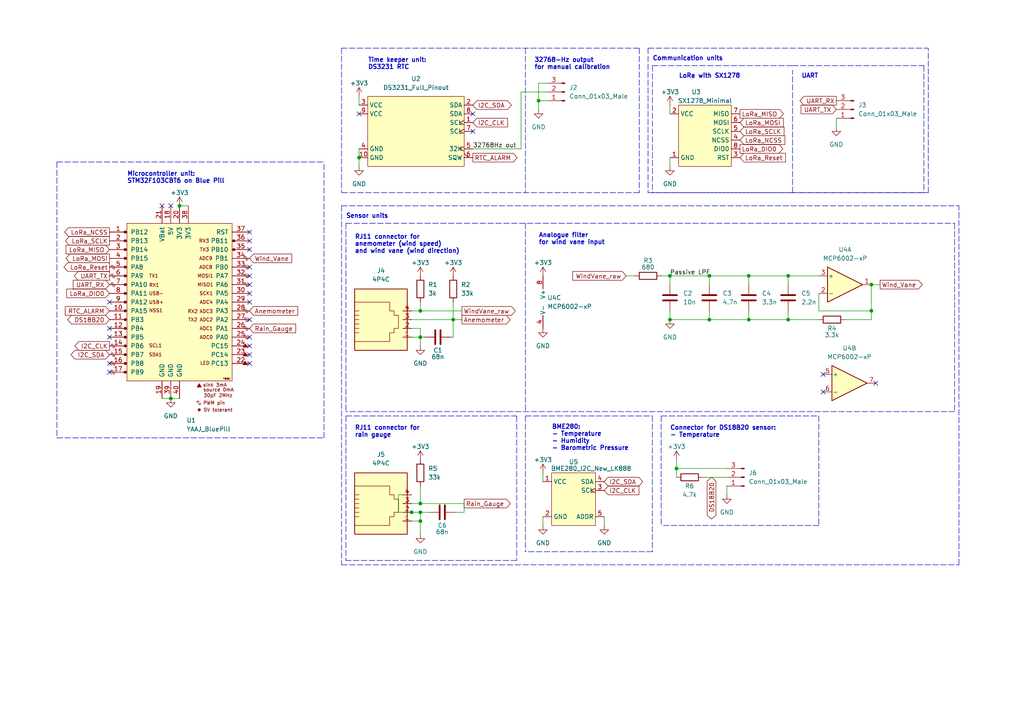
<source format=kicad_sch>
(kicad_sch (version 20211123) (generator eeschema)
  (paper "A4")
  (lib_symbols
    (symbol "Amplifier_Operational:MCP6002-xP" (pin_names (offset 0.127))
      (property "Reference" "U" (at 0 5.08 0))
      (property "Value" "MCP6002-xP" (at 0 -5.08 0))
      (symbol "MCP6002-xP_1_1"
        (polyline (pts (xy -5.08 5.08) (xy 5.08 0) (xy -5.08 -5.08) (xy -5.08 5.08)) (stroke (width 0.254)) (fill (type background)))
        (pin output line (at 7.62 0 180) (length 2.54) (name "~") (number "1"))
        (pin input line (at -7.62 -2.54 0) (length 2.54) (name "-") (number "2"))
        (pin input line (at -7.62 2.54 0) (length 2.54) (name "+") (number "3"))
      )
      (symbol "MCP6002-xP_2_1"
        (polyline (pts (xy -5.08 5.08) (xy 5.08 0) (xy -5.08 -5.08) (xy -5.08 5.08)) (stroke (width 0.254)) (fill (type background)))
        (pin input line (at -7.62 2.54 0) (length 2.54) (name "+") (number "5"))
        (pin input line (at -7.62 -2.54 0) (length 2.54) (name "-") (number "6"))
        (pin output line (at 7.62 0 180) (length 2.54) (name "~") (number "7"))
      )
      (symbol "MCP6002-xP_3_1"
        (pin power_in line (at -2.54 -7.62 90) (length 3.81) (name "V-") (number "4"))
        (pin power_in line (at -2.54 7.62 270) (length 3.81) (name "V+") (number "8"))
      )
    )
    (symbol "BME280_Module:BME280_I2C_New_LK888"
      (property "Reference" "U" (at 0 1.27 0))
      (property "Value" "BME280_I2C_New_LK888" (at 0 -1.27 0))
      (symbol "BME280_I2C_New_LK888_0_1"
        (rectangle (start -6.35 7.62) (end 6.35 -7.62) (fill (type background)))
      )
      (symbol "BME280_I2C_New_LK888_1_1"
        (pin power_in line (at -8.89 5.08 0) (length 2.54) (name "VCC") (number "1"))
        (pin power_in line (at -8.89 -5.08 0) (length 2.54) (name "GND") (number "2"))
        (pin input clock (at 8.89 2.54 180) (length 2.54) (name "SCL") (number "3"))
        (pin bidirectional line (at 8.89 5.08 180) (length 2.54) (name "SDA") (number "4"))
        (pin passive line (at 8.89 -5.08 180) (length 2.54) (name "ADDR") (number "5"))
      )
    )
    (symbol "Connector:Barrel_Jack_Switch" (pin_names hide)
      (property "Reference" "J" (at 0 5.334 0))
      (property "Value" "Barrel_Jack_Switch" (at 0 -5.08 0))
      (symbol "Barrel_Jack_Switch_0_1"
        (rectangle (start -5.08 3.81) (end 5.08 -3.81) (stroke (width 0.254)) (fill (type background)))
        (arc (start -3.302 3.175) (mid -3.937 2.54) (end -3.302 1.905) (stroke (width 0.254)))
        (arc (start -3.302 3.175) (mid -3.937 2.54) (end -3.302 1.905) (stroke (width 0.254)) (fill (type outline)))
        (polyline (pts (xy 1.27 -2.286) (xy 1.905 -1.651)) (stroke (width 0.254)))
        (polyline (pts (xy 5.08 2.54) (xy 3.81 2.54)) (stroke (width 0.254)))
        (polyline (pts (xy 5.08 0) (xy 1.27 0) (xy 1.27 -2.286) (xy 0.635 -1.651)) (stroke (width 0.254)))
        (polyline (pts (xy -3.81 -2.54) (xy -2.54 -2.54) (xy -1.27 -1.27) (xy 0 -2.54) (xy 2.54 -2.54) (xy 5.08 -2.54)) (stroke (width 0.254)))
        (rectangle (start 3.683 3.175) (end -3.302 1.905) (stroke (width 0.254)) (fill (type outline)))
      )
      (symbol "Barrel_Jack_Switch_1_1"
        (pin passive line (at 7.62 2.54 180) (length 2.54) (name "~") (number "1"))
        (pin passive line (at 7.62 -2.54 180) (length 2.54) (name "~") (number "2"))
        (pin passive line (at 7.62 0 180) (length 2.54) (name "~") (number "3"))
      )
    )
    (symbol "Connector:Conn_01x03_Male" (pin_names (offset 1.016) hide)
      (property "Reference" "J" (at 0 5.08 0))
      (property "Value" "Conn_01x03_Male" (at 0 -5.08 0))
      (symbol "Conn_01x03_Male_1_1"
        (polyline (pts (xy 1.27 -2.54) (xy 0.8636 -2.54)) (stroke (width 0.1524)))
        (polyline (pts (xy 1.27 0) (xy 0.8636 0)) (stroke (width 0.1524)))
        (polyline (pts (xy 1.27 2.54) (xy 0.8636 2.54)) (stroke (width 0.1524)))
        (rectangle (start 0.8636 -2.413) (end 0 -2.667) (stroke (width 0.1524)) (fill (type outline)))
        (rectangle (start 0.8636 0.127) (end 0 -0.127) (stroke (width 0.1524)) (fill (type outline)))
        (rectangle (start 0.8636 2.667) (end 0 2.413) (stroke (width 0.1524)) (fill (type outline)))
        (pin passive line (at 5.08 2.54 180) (length 3.81) (name "Pin_1") (number "1"))
        (pin passive line (at 5.08 0 180) (length 3.81) (name "Pin_2") (number "2"))
        (pin passive line (at 5.08 -2.54 180) (length 3.81) (name "Pin_3") (number "3"))
      )
    )
    (symbol "DS3231_Module:DS3231_Full_Pinout"
      (property "Reference" "U" (at 0 1.27 0))
      (property "Value" "DS3231_Full_Pinout" (at 1.27 -2.54 0))
      (symbol "DS3231_Full_Pinout_0_1"
        (rectangle (start -13.97 10.16) (end 13.97 -10.16) (fill (type background)))
      )
      (symbol "DS3231_Full_Pinout_1_1"
        (pin input clock (at 16.51 2.54 180) (length 2.54) (name "SCL") (number "1"))
        (pin power_in line (at -16.51 -7.62 0) (length 2.54) (name "GND") (number "10"))
        (pin bidirectional line (at 16.51 7.62 180) (length 2.54) (name "SDA") (number "2"))
        (pin power_in line (at -16.51 7.62 0) (length 2.54) (name "VCC") (number "3"))
        (pin power_in line (at -16.51 -5.08 0) (length 2.54) (name "GND") (number "4"))
        (pin output clock (at 16.51 -5.08 180) (length 2.54) (name "32K") (number "5"))
        (pin output output_low (at 16.51 -7.62 180) (length 2.54) (name "SQW") (number "6"))
        (pin input clock (at 16.51 0 180) (length 2.54) (name "SCL") (number "7"))
        (pin bidirectional line (at 16.51 5.08 180) (length 2.54) (name "SDA") (number "8"))
        (pin power_in line (at -16.51 5.08 0) (length 2.54) (name "VCC") (number "9"))
      )
    )
    (symbol "Device:C" (pin_numbers hide) (pin_names (offset 0.254))
      (property "Reference" "C" (at 0.635 2.54 0))
      (property "Value" "C" (at 0.635 -2.54 0))
      (symbol "C_0_1"
        (polyline (pts (xy -2.032 -0.762) (xy 2.032 -0.762)) (stroke (width 0.508)))
        (polyline (pts (xy -2.032 0.762) (xy 2.032 0.762)) (stroke (width 0.508)))
      )
      (symbol "C_1_1"
        (pin passive line (at 0 3.81 270) (length 2.794) (name "~") (number "1"))
        (pin passive line (at 0 -3.81 90) (length 2.794) (name "~") (number "2"))
      )
    )
    (symbol "Device:C_Polarized_Small" (pin_numbers hide) (pin_names (offset 0.254) hide)
      (property "Reference" "C" (at 0.254 1.778 0))
      (property "Value" "C_Polarized_Small" (at 0.254 -2.032 0))
      (symbol "C_Polarized_Small_0_1"
        (rectangle (start -1.524 -0.3048) (end 1.524 -0.6858) (fill (type outline)))
        (rectangle (start -1.524 0.6858) (end 1.524 0.3048))
        (polyline (pts (xy -1.27 1.524) (xy -0.762 1.524)))
        (polyline (pts (xy -1.016 1.27) (xy -1.016 1.778)))
      )
      (symbol "C_Polarized_Small_1_1"
        (pin passive line (at 0 2.54 270) (length 1.8542) (name "~") (number "1"))
        (pin passive line (at 0 -2.54 90) (length 1.8542) (name "~") (number "2"))
      )
    )
    (symbol "Device:R" (pin_numbers hide) (pin_names (offset 0))
      (property "Reference" "R" (at 2.032 0 90))
      (property "Value" "R" (at 0 0 90))
      (symbol "R_0_1"
        (rectangle (start -1.016 -2.54) (end 1.016 2.54) (stroke (width 0.254)))
      )
      (symbol "R_1_1"
        (pin passive line (at 0 3.81 270) (length 1.27) (name "~") (number "1"))
        (pin passive line (at 0 -3.81 90) (length 1.27) (name "~") (number "2"))
      )
    )
    (symbol "KiCAD_STM32_BluePill:YAAJ_BluePill" (pin_names (offset 1.016))
      (property "Reference" "U" (at -13.97 24.13 0))
      (property "Value" "YAAJ_BluePill" (at 0 6.35 90))
      (symbol "YAAJ_BluePill_0_0"
        (circle (center -15.748 -20.32) (radius 0.3556) (fill (type outline)))
        (circle (center -15.748 -17.78) (radius 0.3556) (fill (type outline)))
        (circle (center -15.748 -15.24) (radius 0.3556) (fill (type outline)))
        (circle (center -15.748 -12.7) (radius 0.3556) (fill (type outline)))
        (circle (center -15.748 -10.16) (radius 0.3556) (fill (type outline)))
        (circle (center -15.748 -7.62) (radius 0.3556) (fill (type outline)))
        (circle (center -15.748 -5.08) (radius 0.3556) (fill (type outline)))
        (circle (center -15.748 -2.54) (radius 0.3556) (fill (type outline)))
        (circle (center -15.748 0) (radius 0.3556) (fill (type outline)))
        (circle (center -15.748 2.54) (radius 0.3556) (fill (type outline)))
        (circle (center -15.748 5.08) (radius 0.3556) (fill (type outline)))
        (circle (center -15.748 7.62) (radius 0.3556) (fill (type outline)))
        (circle (center -15.748 10.16) (radius 0.3556) (fill (type outline)))
        (circle (center -15.748 12.7) (radius 0.3556) (fill (type outline)))
        (circle (center -15.748 15.24) (radius 0.3556) (fill (type outline)))
        (circle (center -15.748 20.32) (radius 0.3556) (fill (type outline)))
        (polyline (pts (xy 5.08 -24.638) (xy 5.715 -23.622) (xy 6.35 -24.638) (xy 5.08 -24.638) (xy 5.715 -23.749) (xy 6.223 -24.638) (xy 5.207 -24.511) (xy 5.715 -23.876) (xy 6.096 -24.638) (xy 5.334 -24.384) (xy 5.842 -24.003) (xy 5.969 -24.638) (xy 5.461 -24.257) (xy 5.969 -24.13) (xy 5.842 -24.511) (xy 5.588 -24.257) (xy 5.842 -24.384) (xy 5.715 -24.13)))
        (polyline (pts (xy 18.415 -18.161) (xy 19.05 -17.145) (xy 19.685 -18.161) (xy 18.415 -18.161) (xy 19.05 -17.272) (xy 19.558 -18.161) (xy 18.542 -18.034) (xy 19.05 -17.399) (xy 19.431 -18.161) (xy 18.669 -17.907) (xy 19.177 -17.526) (xy 19.304 -18.161) (xy 18.796 -17.78) (xy 19.304 -17.653) (xy 19.177 -18.034) (xy 18.923 -17.78) (xy 19.177 -17.907) (xy 19.05 -17.653)))
        (polyline (pts (xy 18.415 -15.621) (xy 19.05 -14.605) (xy 19.685 -15.621) (xy 18.415 -15.621) (xy 19.05 -14.732) (xy 19.558 -15.621) (xy 18.542 -15.494) (xy 19.05 -14.859) (xy 19.431 -15.621) (xy 18.669 -15.367) (xy 19.177 -14.986) (xy 19.304 -15.621) (xy 18.796 -15.24) (xy 19.304 -15.113) (xy 19.177 -15.494) (xy 18.923 -15.24) (xy 19.177 -15.367) (xy 19.05 -15.113)))
        (polyline (pts (xy 18.415 -13.081) (xy 19.05 -12.065) (xy 19.685 -13.081) (xy 18.415 -13.081) (xy 19.05 -12.192) (xy 19.558 -13.081) (xy 18.542 -12.954) (xy 19.05 -12.319) (xy 19.431 -13.081) (xy 18.669 -12.827) (xy 19.177 -12.446) (xy 19.304 -13.081) (xy 18.796 -12.7) (xy 19.304 -12.573) (xy 19.177 -12.954) (xy 18.923 -12.7) (xy 19.177 -12.827) (xy 19.05 -12.573)))
        (circle (center 5.715 -31.242) (radius 0.127) (fill (type outline)))
        (circle (center 5.715 -31.242) (radius 0.254))
        (circle (center 5.715 -31.242) (radius 0.3556))
        (circle (center 15.748 15.24) (radius 0.254) (fill (type outline)))
        (circle (center 15.748 15.24) (radius 0.3556))
        (circle (center 15.748 17.78) (radius 0.254) (fill (type outline)))
        (circle (center 15.748 17.78) (radius 0.3556))
        (text "30pF 2MHz" (at 11.176 -27.051 0) (effects (font (size 0.9906 0.9906))))
        (text "5V tolerant" (at 11.176 -31.242 0) (effects (font (size 0.9906 0.9906))))
        (text "ADC0" (at 7.747 -10.16 0) (effects (font (size 0.9906 0.9906))))
        (text "ADC1" (at 7.747 -7.62 0) (effects (font (size 0.9906 0.9906))))
        (text "ADC2" (at 7.747 -5.08 0) (effects (font (size 0.9906 0.9906))))
        (text "ADC3" (at 7.747 -2.667 0) (effects (font (size 0.9906 0.9906))))
        (text "ADC4" (at 7.747 0 0) (effects (font (size 0.9906 0.9906))))
        (text "ADC8" (at 7.62 10.16 0) (effects (font (size 0.9906 0.9906))))
        (text "ADC9" (at 7.62 12.7 0) (effects (font (size 0.9906 0.9906))))
        (text "LED" (at 7.366 -17.653 0) (effects (font (size 0.9906 0.9906))))
        (text "MISO1" (at 7.493 5.08 0) (effects (font (size 0.9906 0.9906))))
        (text "MOSI1" (at 7.493 7.62 0) (effects (font (size 0.9906 0.9906))))
        (text "NSS1" (at -6.858 -2.413 0) (effects (font (size 0.9906 0.9906))))
        (text "PWM pin" (at 10.033 -29.21 0) (effects (font (size 0.9906 0.9906))))
        (text "RX1" (at -7.366 4.953 0) (effects (font (size 0.9906 0.9906))))
        (text "RX2" (at 3.81 -2.667 0) (effects (font (size 0.9906 0.9906))))
        (text "RX3" (at 7.112 17.78 0) (effects (font (size 0.9906 0.9906))))
        (text "SCK1" (at 7.747 2.54 0) (effects (font (size 0.9906 0.9906))))
        (text "SCL1" (at -6.985 -12.573 0) (effects (font (size 0.9906 0.9906))))
        (text "SDA1" (at -6.985 -15.24 0) (effects (font (size 0.9906 0.9906))))
        (text "sink 3mA" (at 10.287 -24.003 0) (effects (font (size 0.9906 0.9906))))
        (text "source 0mA" (at 11.303 -25.4 0) (effects (font (size 0.9906 0.9906))))
        (text "TX1" (at -7.493 7.62 0) (effects (font (size 0.9906 0.9906))))
        (text "TX2" (at 3.81 -5.08 0) (effects (font (size 0.9906 0.9906))))
        (text "TX3" (at 7.239 15.24 0) (effects (font (size 0.9906 0.9906))))
        (text "USB+" (at -6.731 0 0) (effects (font (size 0.9906 0.9906))))
        (text "USB-" (at -6.731 2.54 0) (effects (font (size 0.9906 0.9906))))
        (text "Y@@J" (at 13.6906 -22.1488 0) (effects (font (size 0.508 0.508))))
      )
      (symbol "YAAJ_BluePill_0_1"
        (rectangle (start -15.24 22.86) (end 15.24 -22.86) (fill (type background)))
        (polyline (pts (xy -18.796 -20.32) (xy -18.796 -20.828) (xy -19.304 -20.828) (xy -19.304 -19.812) (xy -19.812 -19.812) (xy -19.812 -20.32)))
        (polyline (pts (xy -18.796 -17.78) (xy -18.796 -18.288) (xy -19.304 -18.288) (xy -19.304 -17.272) (xy -19.812 -17.272) (xy -19.812 -17.78)))
        (polyline (pts (xy -18.796 -15.24) (xy -18.796 -15.748) (xy -19.304 -15.748) (xy -19.304 -14.732) (xy -19.812 -14.732) (xy -19.812 -15.24)))
        (polyline (pts (xy -18.796 -12.7) (xy -18.796 -13.208) (xy -19.304 -13.208) (xy -19.304 -12.192) (xy -19.812 -12.192) (xy -19.812 -12.7)))
        (polyline (pts (xy -18.796 5.08) (xy -18.796 4.572) (xy -19.304 4.572) (xy -19.304 5.588) (xy -19.812 5.588) (xy -19.812 5.08)))
        (polyline (pts (xy -18.796 7.62) (xy -18.796 7.112) (xy -19.304 7.112) (xy -19.304 8.128) (xy -19.812 8.128) (xy -19.812 7.62)))
        (polyline (pts (xy -18.796 10.16) (xy -18.796 9.652) (xy -19.304 9.652) (xy -19.304 10.668) (xy -19.812 10.668) (xy -19.812 10.16)))
        (polyline (pts (xy 6.096 -29.21) (xy 6.096 -29.718) (xy 5.588 -29.718) (xy 5.588 -28.702) (xy 5.08 -28.702) (xy 5.08 -29.21)))
        (polyline (pts (xy 19.812 -10.16) (xy 19.812 -10.668) (xy 19.304 -10.668) (xy 19.304 -9.652) (xy 18.796 -9.652) (xy 18.796 -10.16)))
        (polyline (pts (xy 19.812 -7.62) (xy 19.812 -8.128) (xy 19.304 -8.128) (xy 19.304 -7.112) (xy 18.796 -7.112) (xy 18.796 -7.62)))
        (polyline (pts (xy 19.812 -5.08) (xy 19.812 -5.588) (xy 19.304 -5.588) (xy 19.304 -4.572) (xy 18.796 -4.572) (xy 18.796 -5.08)))
        (polyline (pts (xy 19.812 -2.54) (xy 19.812 -3.048) (xy 19.304 -3.048) (xy 19.304 -2.032) (xy 18.796 -2.032) (xy 18.796 -2.54)))
        (polyline (pts (xy 19.812 5.08) (xy 19.812 4.572) (xy 19.304 4.572) (xy 19.304 5.588) (xy 18.796 5.588) (xy 18.796 5.08)))
        (polyline (pts (xy 19.812 7.62) (xy 19.812 7.112) (xy 19.304 7.112) (xy 19.304 8.128) (xy 18.796 8.128) (xy 18.796 7.62)))
        (polyline (pts (xy 19.812 10.16) (xy 19.812 9.652) (xy 19.304 9.652) (xy 19.304 10.668) (xy 18.796 10.668) (xy 18.796 10.16)))
        (polyline (pts (xy 19.812 12.7) (xy 19.812 12.192) (xy 19.304 12.192) (xy 19.304 13.208) (xy 18.796 13.208) (xy 18.796 12.7)))
      )
      (symbol "YAAJ_BluePill_1_1"
        (circle (center -15.748 17.78) (radius 0.3556) (fill (type outline)))
        (pin bidirectional line (at -20.32 20.32 0) (length 5.08) (name "PB12") (number "1"))
        (pin bidirectional line (at -20.32 -2.54 0) (length 5.08) (name "PA15") (number "10"))
        (pin bidirectional line (at -20.32 -5.08 0) (length 5.08) (name "PB3") (number "11"))
        (pin bidirectional line (at -20.32 -7.62 0) (length 5.08) (name "PB4") (number "12"))
        (pin bidirectional line (at -20.32 -10.16 0) (length 5.08) (name "PB5") (number "13"))
        (pin bidirectional line (at -20.32 -12.7 0) (length 5.08) (name "PB6") (number "14"))
        (pin bidirectional line (at -20.32 -15.24 0) (length 5.08) (name "PB7") (number "15"))
        (pin bidirectional line (at -20.32 -17.78 0) (length 5.08) (name "PB8") (number "16"))
        (pin bidirectional line (at -20.32 -20.32 0) (length 5.08) (name "PB9") (number "17"))
        (pin power_in line (at -2.54 27.94 270) (length 5.08) (name "5V") (number "18"))
        (pin power_in line (at -5.08 -27.94 90) (length 5.08) (name "GND") (number "19"))
        (pin bidirectional line (at -20.32 17.78 0) (length 5.08) (name "PB13") (number "2"))
        (pin power_in line (at 0 27.94 270) (length 5.08) (name "3V3") (number "20"))
        (pin power_in line (at -5.08 27.94 270) (length 5.08) (name "VBat") (number "21"))
        (pin bidirectional line (at 20.32 -17.78 180) (length 5.08) (name "PC13") (number "22"))
        (pin bidirectional line (at 20.32 -15.24 180) (length 5.08) (name "PC14") (number "23"))
        (pin bidirectional line (at 20.32 -12.7 180) (length 5.08) (name "PC15") (number "24"))
        (pin bidirectional line (at 20.32 -10.16 180) (length 5.08) (name "PA0") (number "25"))
        (pin bidirectional line (at 20.32 -7.62 180) (length 5.08) (name "PA1") (number "26"))
        (pin bidirectional line (at 20.32 -5.08 180) (length 5.08) (name "PA2") (number "27"))
        (pin bidirectional line (at 20.32 -2.54 180) (length 5.08) (name "PA3") (number "28"))
        (pin bidirectional line (at 20.32 0 180) (length 5.08) (name "PA4") (number "29"))
        (pin bidirectional line (at -20.32 15.24 0) (length 5.08) (name "PB14") (number "3"))
        (pin bidirectional line (at 20.32 2.54 180) (length 5.08) (name "PA5") (number "30"))
        (pin bidirectional line (at 20.32 5.08 180) (length 5.08) (name "PA6") (number "31"))
        (pin bidirectional line (at 20.32 7.62 180) (length 5.08) (name "PA7") (number "32"))
        (pin bidirectional line (at 20.32 10.16 180) (length 5.08) (name "PB0") (number "33"))
        (pin bidirectional line (at 20.32 12.7 180) (length 5.08) (name "PB1") (number "34"))
        (pin bidirectional line (at 20.32 15.24 180) (length 5.08) (name "PB10") (number "35"))
        (pin bidirectional line (at 20.32 17.78 180) (length 5.08) (name "PB11") (number "36"))
        (pin input line (at 20.32 20.32 180) (length 5.08) (name "RST") (number "37"))
        (pin power_in line (at 2.54 27.94 270) (length 5.08) (name "3V3") (number "38"))
        (pin power_in line (at -2.54 -27.94 90) (length 5.08) (name "GND") (number "39"))
        (pin bidirectional line (at -20.32 12.7 0) (length 5.08) (name "PB15") (number "4"))
        (pin power_in line (at 0 -27.94 90) (length 5.08) (name "GND") (number "40"))
        (pin bidirectional line (at -20.32 10.16 0) (length 5.08) (name "PA8") (number "5"))
        (pin bidirectional line (at -20.32 7.62 0) (length 5.08) (name "PA9") (number "6"))
        (pin bidirectional line (at -20.32 5.08 0) (length 5.08) (name "PA10") (number "7"))
        (pin bidirectional line (at -20.32 2.54 0) (length 5.08) (name "PA11") (number "8"))
        (pin bidirectional line (at -20.32 0 0) (length 5.08) (name "PA12") (number "9"))
      )
    )
    (symbol "RJ11-Connectors:4P4C"
      (property "Reference" "J" (at 0 0 0))
      (property "Value" "4P4C" (at 6.35 10.16 0))
      (symbol "4P4C_0_1"
        (polyline (pts (xy -6.35 -3.81) (xy -5.08 -3.81) (xy -5.08 -3.81)))
        (polyline (pts (xy -6.35 -2.54) (xy -5.08 -2.54) (xy -5.08 -2.54)))
        (polyline (pts (xy -6.35 -1.27) (xy -5.08 -1.27) (xy -5.08 -1.27)))
        (polyline (pts (xy -6.35 0) (xy -5.08 0) (xy -5.08 0)))
        (polyline (pts (xy -6.35 1.27) (xy -5.08 1.27) (xy -5.08 1.27)))
        (polyline (pts (xy -5.08 2.54) (xy -6.35 2.54) (xy -6.35 2.54)))
        (polyline (pts (xy -6.35 -6.35) (xy -6.35 5.08) (xy 3.81 5.08) (xy 3.81 2.54) (xy 5.08 2.54) (xy 5.08 1.27) (xy 6.35 1.27) (xy 6.35 -2.54) (xy 5.08 -2.54) (xy 5.08 -3.81) (xy 3.81 -3.81) (xy 3.81 -6.35) (xy -6.35 -6.35) (xy -6.35 -6.35)))
        (rectangle (start 8.89 8.89) (end -6.35 -8.89) (stroke (width 0.254)) (fill (type background)))
      )
      (symbol "4P4C_1_1"
        (pin passive line (at 10.16 -5.08 180) (length 2.54) (name "~") (number "1"))
        (pin passive line (at 10.16 -2.54 180) (length 2.54) (name "~") (number "2"))
        (pin passive line (at 10.16 0 180) (length 2.54) (name "") (number "3"))
        (pin passive line (at 10.16 2.54 180) (length 2.54) (name "") (number "4"))
      )
    )
    (symbol "Regulator_Linear:LM317_TO-220" (pin_names (offset 0.254))
      (property "Reference" "U" (at -3.81 3.175 0))
      (property "Value" "LM317_TO-220" (at 0 3.175 0))
      (symbol "LM317_TO-220_0_1"
        (rectangle (start -5.08 1.905) (end 5.08 -5.08) (stroke (width 0.254)) (fill (type background)))
      )
      (symbol "LM317_TO-220_1_1"
        (pin input line (at 0 -7.62 90) (length 2.54) (name "ADJ") (number "1"))
        (pin power_out line (at 7.62 0 180) (length 2.54) (name "VO") (number "2"))
        (pin power_in line (at -7.62 0 0) (length 2.54) (name "VI") (number "3"))
      )
    )
    (symbol "SX1278_Module:SX1278_Minimal"
      (property "Reference" "U" (at 0 11.43 0))
      (property "Value" "SX1278_Minimal" (at 0 -11.43 0))
      (symbol "SX1278_Minimal_0_1"
        (rectangle (start -7.62 8.89) (end 7.62 -8.89) (fill (type background)))
      )
      (symbol "SX1278_Minimal_1_1"
        (pin power_in line (at -10.16 -6.35 0) (length 2.54) (name "GND") (number "1"))
        (pin power_in line (at -10.16 6.35 0) (length 2.54) (name "VCC") (number "2"))
        (pin input line (at 10.16 -6.35 180) (length 2.54) (name "RST") (number "3"))
        (pin input line (at 10.16 -1.27 180) (length 2.54) (name "NCSS") (number "4"))
        (pin input line (at 10.16 1.27 180) (length 2.54) (name "SCLK") (number "5"))
        (pin input line (at 10.16 3.81 180) (length 2.54) (name "MOSI") (number "6"))
        (pin output line (at 10.16 6.35 180) (length 2.54) (name "MISO") (number "7"))
        (pin output line (at 10.16 -3.81 180) (length 2.54) (name "DIO0") (number "8"))
      )
    )
    (symbol "power:+3V3" (power) (pin_names (offset 0))
      (property "Value" "+3V3" (at 0 3.556 0))
      (symbol "+3V3_0_1"
        (polyline (pts (xy -0.762 1.27) (xy 0 2.54)))
        (polyline (pts (xy 0 0) (xy 0 2.54)))
        (polyline (pts (xy 0 2.54) (xy 0.762 1.27)))
      )
      (symbol "+3V3_1_1"
        (pin power_in line (at 0 0 90) (length 0) hide (name "+3V3") (number "1"))
      )
    )
    (symbol "power:GND" (power) (pin_names (offset 0))
      (property "Value" "GND" (at 0 -3.81 0))
      (symbol "GND_0_1"
        (polyline (pts (xy 0 0) (xy 0 -1.27) (xy 1.27 -1.27) (xy 0 -2.54) (xy -1.27 -1.27) (xy 0 -1.27)))
      )
      (symbol "GND_1_1"
        (pin power_in line (at 0 0 270) (length 0) hide (name "GND") (number "1"))
      )
    )
  )
  (junction (at -101.6 129.54))
  (junction (at 104.14 45.72))
  (junction (at 217.17 92.71))
  (junction (at -132.08 124.46))
  (junction (at 205.74 92.71))
  (junction (at 217.17 80.01))
  (junction (at 194.31 92.71))
  (junction (at 121.92 97.79))
  (junction (at 205.74 80.01))
  (junction (at -120.65 114.3))
  (junction (at 156.21 29.21))
  (junction (at 49.53 115.57))
  (junction (at -92.71 114.3))
  (junction (at 228.6 80.01))
  (junction (at 228.6 92.71))
  (junction (at -101.6 114.3))
  (junction (at 121.92 146.05))
  (junction (at 252.73 90.17))
  (junction (at 196.215 135.89))
  (junction (at 121.92 90.17))
  (junction (at 131.445 92.71))
  (junction (at 52.07 59.69))
  (junction (at 119.38 148.59))
  (junction (at 121.92 148.59))
  (junction (at -101.6 121.92))
  (junction (at 121.92 151.13))
  (junction (at 194.31 80.01))
  (junction (at 252.73 82.55))
  (no_connect (at 72.39 100.33))
  (no_connect (at 31.75 87.63))
  (no_connect (at 72.39 80.01))
  (no_connect (at 72.39 82.55))
  (no_connect (at 72.39 85.09))
  (no_connect (at 72.39 87.63))
  (no_connect (at 72.39 102.87))
  (no_connect (at 104.14 33.02))
  (no_connect (at 72.39 92.71))
  (no_connect (at 238.76 113.665))
  (no_connect (at 238.76 108.585))
  (no_connect (at 72.39 69.85))
  (no_connect (at 49.53 59.69))
  (no_connect (at 72.39 77.47))
  (no_connect (at 31.75 107.95))
  (no_connect (at 31.75 95.25))
  (no_connect (at 31.75 105.41))
  (no_connect (at 72.39 67.31))
  (no_connect (at 254 111.125))
  (no_connect (at 72.39 72.39))
  (no_connect (at 72.39 105.41))
  (no_connect (at 72.39 97.79))
  (no_connect (at 137.16 38.1))
  (no_connect (at 137.16 33.02))
  (no_connect (at 31.75 97.79))
  (no_connect (at 46.99 59.69))
  (wire (pts (xy 121.92 151.13) (xy 121.92 154.94)))
  (wire (pts (xy 196.215 135.89) (xy 196.215 133.35)))
  (polyline (pts (xy 267.97 55.88) (xy 229.87 55.88)))
  (wire (pts (xy 242.57 34.29) (xy 242.57 36.83)))
  (polyline (pts (xy 189.23 19.05) (xy 189.23 55.88)))
  (wire (pts (xy 191.77 80.01) (xy 194.31 80.01)))
  (wire (pts (xy 104.14 43.18) (xy 104.14 45.72)))
  (wire (pts (xy 121.92 90.17) (xy 121.92 87.63)))
  (wire (pts (xy -101.6 121.92) (xy -111.76 121.92)))
  (polyline (pts (xy 189.23 120.65) (xy 189.23 160.02)))
  (wire (pts (xy 115.57 148.59) (xy 119.38 148.59)))
  (polyline (pts (xy -161.29 106.68) (xy -128.27 106.68)))
  (polyline (pts (xy -161.29 106.68) (xy -161.29 134.62)))
  (wire (pts (xy 157.48 149.86) (xy 157.48 152.4)))
  (polyline (pts (xy 229.87 55.88) (xy 229.87 20.32)))
  (wire (pts (xy 217.17 80.01) (xy 205.74 80.01)))
  (wire (pts (xy 104.14 45.72) (xy 104.14 48.26)))
  (wire (pts (xy 252.73 90.17) (xy 252.73 82.55)))
  (wire (pts (xy 131.445 97.79) (xy 131.445 92.71)))
  (polyline (pts (xy 237.49 152.4) (xy 191.77 152.4)))
  (wire (pts (xy 205.74 82.55) (xy 205.74 80.01)))
  (wire (pts (xy 121.92 146.05) (xy 119.38 146.05)))
  (wire (pts (xy 194.31 30.48) (xy 194.31 33.02)))
  (wire (pts (xy 151.13 26.67) (xy 158.75 26.67)))
  (wire (pts (xy -133.35 121.92) (xy -132.08 121.92)))
  (polyline (pts (xy 152.4 64.77) (xy 152.4 119.38)))
  (wire (pts (xy 121.92 97.79) (xy 123.19 97.79)))
  (polyline (pts (xy 187.96 13.97) (xy 269.24 13.97)))
  (wire (pts (xy -132.08 121.92) (xy -132.08 124.46)))
  (wire (pts (xy 237.49 90.17) (xy 252.73 90.17)))
  (polyline (pts (xy 16.51 46.99) (xy 16.51 127)))
  (wire (pts (xy 151.13 43.18) (xy 151.13 26.67)))
  (wire (pts (xy -92.71 111.76) (xy -92.71 114.3)))
  (wire (pts (xy 115.57 143.51) (xy 115.57 148.59)))
  (wire (pts (xy 137.16 43.18) (xy 151.13 43.18)))
  (wire (pts (xy 119.38 97.79) (xy 121.92 97.79)))
  (wire (pts (xy -92.71 129.54) (xy -101.6 129.54)))
  (polyline (pts (xy 187.96 13.97) (xy 187.96 55.88)))
  (wire (pts (xy 252.73 90.17) (xy 252.73 92.71)))
  (wire (pts (xy 132.08 148.59) (xy 134.62 148.59)))
  (wire (pts (xy 194.31 92.71) (xy 205.74 92.71)))
  (wire (pts (xy 121.92 95.25) (xy 121.92 97.79)))
  (wire (pts (xy 205.74 92.71) (xy 217.17 92.71)))
  (polyline (pts (xy -86.36 106.68) (xy -86.36 134.62)))
  (polyline (pts (xy 16.51 46.99) (xy 93.98 46.99)))
  (wire (pts (xy 205.74 92.71) (xy 205.74 90.17)))
  (polyline (pts (xy -128.27 134.62) (xy -161.29 134.62)))
  (wire (pts (xy 228.6 80.01) (xy 237.49 80.01)))
  (polyline (pts (xy 189.23 19.05) (xy 229.87 19.05)))
  (wire (pts (xy -132.08 124.46) (xy -132.08 127)))
  (wire (pts (xy 196.215 135.89) (xy 196.215 138.43)))
  (polyline (pts (xy 191.77 120.65) (xy 237.49 120.65)))
  (wire (pts (xy -120.65 114.3) (xy -119.38 114.3)))
  (polyline (pts (xy -128.27 106.68) (xy -86.36 106.68)))
  (wire (pts (xy 52.07 59.69) (xy 54.61 59.69)))
  (wire (pts (xy 210.82 140.97) (xy 210.82 143.51)))
  (polyline (pts (xy 16.51 127) (xy 93.98 127)))
  (wire (pts (xy 119.38 151.13) (xy 121.92 151.13)))
  (wire (pts (xy -133.35 119.38) (xy -132.08 119.38)))
  (polyline (pts (xy 100.33 64.77) (xy 276.86 64.77)))
  (wire (pts (xy 158.75 24.13) (xy 156.21 24.13)))
  (polyline (pts (xy 99.06 13.97) (xy 185.42 13.97)))
  (wire (pts (xy 104.14 27.94) (xy 104.14 30.48)))
  (wire (pts (xy -120.65 124.46) (xy -120.65 129.54)))
  (wire (pts (xy 119.38 143.51) (xy 115.57 143.51)))
  (wire (pts (xy 210.82 135.89) (xy 196.215 135.89)))
  (polyline (pts (xy 100.33 64.77) (xy 100.33 119.38)))
  (polyline (pts (xy 187.96 55.88) (xy 269.24 55.88)))
  (wire (pts (xy 217.17 82.55) (xy 217.17 80.01)))
  (wire (pts (xy 119.38 95.25) (xy 121.92 95.25)))
  (wire (pts (xy 121.92 90.17) (xy 133.985 90.17)))
  (polyline (pts (xy 189.23 55.88) (xy 229.87 55.88)))
  (wire (pts (xy 130.81 97.79) (xy 131.445 97.79)))
  (wire (pts (xy -120.65 114.3) (xy -120.65 119.38)))
  (wire (pts (xy 156.21 29.21) (xy 158.75 29.21)))
  (polyline (pts (xy 100.33 120.65) (xy 100.33 162.56)))
  (wire (pts (xy 131.445 92.71) (xy 119.38 92.71)))
  (polyline (pts (xy 189.23 160.02) (xy 152.4 160.02)))
  (polyline (pts (xy 185.42 55.88) (xy 99.06 55.88)))
  (wire (pts (xy 194.31 80.01) (xy 194.31 82.55)))
  (wire (pts (xy 194.31 45.72) (xy 194.31 48.26)))
  (polyline (pts (xy 267.97 19.05) (xy 267.97 55.88)))
  (wire (pts (xy -120.65 111.76) (xy -120.65 114.3)))
  (wire (pts (xy 157.48 137.16) (xy 157.48 139.7)))
  (polyline (pts (xy 149.86 120.65) (xy 149.86 162.56)))
  (wire (pts (xy -92.71 114.3) (xy -92.71 119.38)))
  (polyline (pts (xy 99.06 163.83) (xy 278.13 163.83)))
  (wire (pts (xy 181.61 80.01) (xy 184.15 80.01)))
  (wire (pts (xy 194.31 92.71) (xy 194.31 90.17)))
  (polyline (pts (xy -128.27 106.68) (xy -128.27 134.62)))
  (polyline (pts (xy 278.13 163.83) (xy 278.13 59.69)))
  (wire (pts (xy 121.92 97.79) (xy 121.92 100.33)))
  (wire (pts (xy 121.92 140.97) (xy 121.92 146.05)))
  (wire (pts (xy -101.6 114.3) (xy -92.71 114.3)))
  (polyline (pts (xy 149.86 162.56) (xy 100.33 162.56)))
  (polyline (pts (xy 276.86 64.77) (xy 276.86 119.38)))
  (wire (pts (xy 228.6 92.71) (xy 237.49 92.71)))
  (wire (pts (xy 134.62 148.59) (xy 134.62 146.05)))
  (polyline (pts (xy 229.87 19.05) (xy 267.97 19.05)))
  (wire (pts (xy 203.835 138.43) (xy 210.82 138.43)))
  (wire (pts (xy 119.38 90.17) (xy 121.92 90.17)))
  (wire (pts (xy 49.53 115.57) (xy 52.07 115.57)))
  (wire (pts (xy 175.26 149.86) (xy 175.26 152.4)))
  (wire (pts (xy 252.73 92.71) (xy 245.11 92.71)))
  (wire (pts (xy 237.49 85.09) (xy 237.49 90.17)))
  (polyline (pts (xy 269.24 55.88) (xy 269.24 13.97)))
  (polyline (pts (xy 185.42 13.97) (xy 185.42 55.88)))
  (polyline (pts (xy 237.49 120.65) (xy 237.49 152.4)))
  (wire (pts (xy 252.73 82.55) (xy 255.27 82.55)))
  (wire (pts (xy 124.46 148.59) (xy 121.92 148.59)))
  (wire (pts (xy 217.17 92.71) (xy 228.6 92.71)))
  (wire (pts (xy -132.08 119.38) (xy -132.08 116.84)))
  (wire (pts (xy 228.6 92.71) (xy 228.6 90.17)))
  (polyline (pts (xy 191.77 120.65) (xy 191.77 152.4)))
  (wire (pts (xy 217.17 92.71) (xy 217.17 90.17)))
  (polyline (pts (xy 99.06 59.69) (xy 99.06 163.83)))
  (wire (pts (xy 228.6 80.01) (xy 217.17 80.01)))
  (wire (pts (xy 131.445 87.63) (xy 131.445 92.71)))
  (wire (pts (xy 156.21 29.21) (xy 156.21 31.75)))
  (polyline (pts (xy 100.33 120.65) (xy 149.86 120.65)))
  (wire (pts (xy 119.38 148.59) (xy 121.92 148.59)))
  (polyline (pts (xy 152.4 120.65) (xy 189.23 120.65)))
  (wire (pts (xy -92.71 124.46) (xy -92.71 129.54)))
  (wire (pts (xy -104.14 114.3) (xy -101.6 114.3)))
  (polyline (pts (xy -86.36 134.62) (xy -128.27 134.62)))
  (wire (pts (xy 194.31 80.01) (xy 205.74 80.01)))
  (polyline (pts (xy 93.98 127) (xy 93.98 46.99)))
  (wire (pts (xy 228.6 82.55) (xy 228.6 80.01)))
  (wire (pts (xy 131.445 92.71) (xy 133.985 92.71)))
  (wire (pts (xy 46.99 115.57) (xy 49.53 115.57)))
  (wire (pts (xy -133.35 124.46) (xy -132.08 124.46)))
  (wire (pts (xy 156.21 24.13) (xy 156.21 29.21)))
  (polyline (pts (xy 152.4 13.97) (xy 152.4 55.88)))
  (polyline (pts (xy 152.4 120.65) (xy 152.4 160.02)))
  (polyline (pts (xy 276.86 119.38) (xy 100.33 119.38)))
  (polyline (pts (xy 99.06 59.69) (xy 278.13 59.69)))
  (wire (pts (xy 121.92 146.05) (xy 134.62 146.05)))
  (polyline (pts (xy 99.06 13.97) (xy 99.06 55.88)))
  (wire (pts (xy 121.92 148.59) (xy 121.92 151.13)))
  (text "V_{in}" (at -133.35 114.3 0) (effects (font (size 1.27 1.27)) (justify left bottom)))
  (text "Connector for DS18B20 sensor:\n- Temperature" (at 194.31 127 0) (effects (font (size 1.27 1.27) (thickness 0.254) bold) (justify left bottom)))
  (text "Analogue filter\nfor wind vane input" (at 156.21 71.12 0) (effects (font (size 1.27 1.27) (thickness 0.254) bold) (justify left bottom)))
  (text "32768-Hz output\nfor manual calibration" (at 154.94 20.32 0) (effects (font (size 1.27 1.27) bold) (justify left bottom)))
  (text "Communication units" (at 189.23 17.78 0) (effects (font (size 1.27 1.27) (thickness 0.254) bold) (justify left bottom)))
  (text "V_{in}" (at -121.92 109.22 0) (effects (font (size 1.27 1.27)) (justify left bottom)))
  (text "External \npower supply \nfor PCB" (at -160.02 123.19 0) (effects (font (size 1.27 1.27) (thickness 0.254) bold) (justify left bottom)))
  (text "RJ11 connector for \nrain gauge" (at 102.87 127 0) (effects (font (size 1.27 1.27) (thickness 0.254) bold) (justify left bottom)))
  (text "BME280: \n- Temperature \n- Humidity \n- Barometric Pressure" (at 160.02 130.81 0) (effects (font (size 1.27 1.27) (thickness 0.254) bold) (justify left bottom)))
  (text "RJ11 connector for \nanemometer (wind speed)\nand wind vane (wind direction)" (at 102.87 73.66 0) (effects (font (size 1.27 1.27) (thickness 0.254) bold) (justify left bottom)))
  (text "LoRa with SX1278" (at 196.85 22.86 0) (effects (font (size 1.27 1.27) (thickness 0.254) bold) (justify left bottom)))
  (text "Sensor units" (at 100.33 63.5 0) (effects (font (size 1.27 1.27) (thickness 0.254) bold) (justify left bottom)))
  (text "Microcontroller unit:\nSTM32F103CBT6 on Blue Pill" (at 36.83 53.34 0) (effects (font (size 1.27 1.27) (thickness 0.254) bold) (justify left bottom)))
  (text "Time keeper unit:\nDS3231 RTC" (at 106.68 20.32 0) (effects (font (size 1.27 1.27) bold) (justify left bottom)))
  (text "UART" (at 232.41 22.86 0) (effects (font (size 1.27 1.27) (thickness 0.254) bold) (justify left bottom)))
  (label "32768Hz out" (at 137.16 43.18 0))
  (label "Passive LPF" (at 194.31 80.01 0))
  (global_label "Rain_Gauge" (shape input) (at 72.39 95.25 0) (property "Intersheet References" "${INTERSHEET_REFS}" (effects hide)))
  (global_label "UART_TX" (shape input) (at 242.57 31.75 180) (property "Intersheet References" "${INTERSHEET_REFS}" (effects hide)))
  (global_label "LoRa_DIO0" (shape input) (at 31.75 85.09 180) (property "Intersheet References" "${INTERSHEET_REFS}" (effects hide)))
  (global_label "LoRa_DIO0" (shape output) (at 214.63 43.18 0) (property "Intersheet References" "${INTERSHEET_REFS}" (effects hide)))
  (global_label "Anemometer" (shape output) (at 133.985 92.71 0) (property "Intersheet References" "${INTERSHEET_REFS}" (effects hide)))
  (global_label "WindVane_raw" (shape input) (at 181.61 80.01 180) (property "Intersheet References" "${INTERSHEET_REFS}" (effects hide)))
  (global_label "Anemometer" (shape input) (at 72.39 90.17 0) (property "Intersheet References" "${INTERSHEET_REFS}" (effects hide)))
  (global_label "LoRa_MISO" (shape output) (at 214.63 33.02 0) (property "Intersheet References" "${INTERSHEET_REFS}" (effects hide)))
  (global_label "I2C_CLK" (shape input) (at 175.26 142.24 0) (property "Intersheet References" "${INTERSHEET_REFS}" (effects hide)))
  (global_label "Wind_Vane" (shape input) (at 72.39 74.93 0) (property "Intersheet References" "${INTERSHEET_REFS}" (effects hide)))
  (global_label "Wind_Vane" (shape output) (at 255.27 82.55 0) (property "Intersheet References" "${INTERSHEET_REFS}" (effects hide)))
  (global_label "WindVane_raw" (shape output) (at 133.985 90.17 0) (property "Intersheet References" "${INTERSHEET_REFS}" (effects hide)))
  (global_label "DS18B20" (shape bidirectional) (at 206.375 138.43 270) (property "Intersheet References" "${INTERSHEET_REFS}" (effects hide)))
  (global_label "LoRa_NCSS" (shape input) (at 214.63 40.64 0) (property "Intersheet References" "${INTERSHEET_REFS}" (effects hide)))
  (global_label "UART_RX" (shape input) (at 31.75 82.55 180) (property "Intersheet References" "${INTERSHEET_REFS}" (effects hide)))
  (global_label "LoRa_SCLK" (shape input) (at 214.63 38.1 0) (property "Intersheet References" "${INTERSHEET_REFS}" (effects hide)))
  (global_label "RTC_ALARM" (shape input) (at 31.75 90.17 180) (property "Intersheet References" "${INTERSHEET_REFS}" (effects hide)))
  (global_label "I2C_CLK" (shape output) (at 31.75 100.33 180) (property "Intersheet References" "${INTERSHEET_REFS}" (effects hide)))
  (global_label "DS18B20" (shape bidirectional) (at 31.75 92.71 180) (property "Intersheet References" "${INTERSHEET_REFS}" (effects hide)))
  (global_label "LoRa_SCLK" (shape output) (at 31.75 69.85 180) (property "Intersheet References" "${INTERSHEET_REFS}" (effects hide)))
  (global_label "I2C_SDA" (shape bidirectional) (at 31.75 102.87 180) (property "Intersheet References" "${INTERSHEET_REFS}" (effects hide)))
  (global_label "I2C_CLK" (shape input) (at 137.16 35.56 0) (property "Intersheet References" "${INTERSHEET_REFS}" (effects hide)))
  (global_label "LoRa_Reset" (shape output) (at 31.75 77.47 180) (property "Intersheet References" "${INTERSHEET_REFS}" (effects hide)))
  (global_label "LoRa_NCSS" (shape output) (at 31.75 67.31 180) (property "Intersheet References" "${INTERSHEET_REFS}" (effects hide)))
  (global_label "I2C_SDA" (shape bidirectional) (at 137.16 30.48 0) (property "Intersheet References" "${INTERSHEET_REFS}" (effects hide)))
  (global_label "LoRa_MISO" (shape input) (at 31.75 72.39 180) (property "Intersheet References" "${INTERSHEET_REFS}" (effects hide)))
  (global_label "LoRa_MOSI" (shape output) (at 31.75 74.93 180) (property "Intersheet References" "${INTERSHEET_REFS}" (effects hide)))
  (global_label "Rain_Gauge" (shape output) (at 134.62 146.05 0) (property "Intersheet References" "${INTERSHEET_REFS}" (effects hide)))
  (global_label "I2C_SDA" (shape bidirectional) (at 175.26 139.7 0) (property "Intersheet References" "${INTERSHEET_REFS}" (effects hide)))
  (global_label "UART_TX" (shape output) (at 31.75 80.01 180) (property "Intersheet References" "${INTERSHEET_REFS}" (effects hide)))
  (global_label "LoRa_MOSI" (shape input) (at 214.63 35.56 0) (property "Intersheet References" "${INTERSHEET_REFS}" (effects hide)))
  (global_label "RTC_ALARM" (shape output) (at 137.16 45.72 0) (property "Intersheet References" "${INTERSHEET_REFS}" (effects hide)))
  (global_label "UART_RX" (shape output) (at 242.57 29.21 180) (property "Intersheet References" "${INTERSHEET_REFS}" (effects hide)))
  (global_label "LoRa_Reset" (shape input) (at 214.63 45.72 0) (property "Intersheet References" "${INTERSHEET_REFS}" (effects hide)))
  (symbol (lib_id "power:GND") (at 194.31 48.26 0) (unit 1)
    (property "Reference" "#PWR0110" (effects hide))
    (property "Value" "GND" (at 194.31 53.34 0))
  )
  (symbol (lib_id "Device:R") (at 121.92 137.16 0) (unit 1)
    (property "Reference" "R5" (at 124.206 135.8899 0) (effects (justify left)))
    (property "Value" "33k" (at 124.206 138.4299 0) (effects (justify left)))
    (property "Footprint" "Resistor_THT:R_Axial_DIN0204_L3.6mm_D1.6mm_P5.08mm_Horizontal" (effects hide))
  )
  (symbol (lib_id "power:GND") (at 104.14 48.26 0) (unit 1)
    (property "Reference" "#PWR0119" (effects hide))
    (property "Value" "GND" (at 104.14 53.34 0))
  )
  (symbol (lib_id "power:GND") (at -120.65 129.54 0) (unit 1)
    (property "Reference" "#PWR?" (effects hide))
    (property "Value" "GND" (at -120.65 133.35 0))
  )
  (symbol (lib_id "Connector:Conn_01x03_Male") (at 247.65 31.75 180) (unit 1)
    (property "Reference" "J3" (at 248.92 30.4799 0) (effects (justify right)))
    (property "Value" "Conn_01x03_Male" (at 248.92 33.0199 0) (effects (justify right)))
    (property "Footprint" "Connector_PinSocket_2.54mm:PinSocket_1x03_P2.54mm_Vertical" (effects hide))
  )
  (symbol (lib_id "Amplifier_Operational:MCP6002-xP") (at 160.02 87.63 0) (unit 3)
    (property "Reference" "U4" (at 158.75 86.3599 0) (effects (justify left)))
    (property "Value" "MCP6002-xP" (at 158.75 88.8999 0) (effects (justify left)))
    (property "Footprint" "Package_DIP:DIP-8_W7.62mm_LongPads" (effects hide))
    (property "Datasheet" "http://ww1.microchip.com/downloads/en/DeviceDoc/21733j.pdf" (effects hide))
  )
  (symbol (lib_id "power:GND") (at 49.53 115.57 0) (unit 1)
    (property "Reference" "#PWR0125" (effects hide))
    (property "Value" "GND" (at 49.53 120.65 0))
  )
  (symbol (lib_id "power:GND") (at 157.48 152.4 0) (unit 1)
    (property "Reference" "#PWR0112" (effects hide))
    (property "Value" "GND" (at 157.48 157.48 0))
  )
  (symbol (lib_id "Device:C") (at 127 97.79 90) (unit 1)
    (property "Reference" "C1" (at 127 101.6 90))
    (property "Value" "68n" (at 127 103.505 90))
    (property "Footprint" "Custom_Libs:C_Radial_W5.5mm_H9.0mm_T3.0mm_P4.3mm" (effects hide))
  )
  (symbol (lib_id "power:GND") (at 157.48 95.25 0) (unit 1)
    (property "Reference" "#PWR0101" (effects hide))
    (property "Value" "GND" (at 157.48 100.33 0))
  )
  (symbol (lib_id "power:+3V3") (at 121.92 133.35 0) (unit 1)
    (property "Reference" "#PWR0102" (effects hide))
    (property "Value" "+3V3" (at 121.92 129.54 0))
  )
  (symbol (lib_id "power:+3V3") (at 104.14 27.94 0) (unit 1)
    (property "Reference" "#PWR0106" (effects hide))
    (property "Value" "+3V3" (at 104.14 24.13 0))
  )
  (symbol (lib_id "Device:C_Polarized_Small") (at -120.65 121.92 0) (unit 1)
    (property "Reference" "C7" (at -125.73 120.65 0) (effects (justify left)))
    (property "Value" "0.1u" (at -127 123.19 0) (effects (justify left)))
  )
  (symbol (lib_id "power:GND") (at 121.92 100.33 0) (unit 1)
    (property "Reference" "#PWR0122" (effects hide))
    (property "Value" "GND" (at 121.92 105.41 0))
  )
  (symbol (lib_id "Device:C_Polarized_Small") (at -92.71 121.92 0) (unit 1)
    (property "Reference" "C8" (at -90.17 120.65 0) (effects (justify left)))
    (property "Value" "1u" (at -90.17 123.19 0) (effects (justify left)))
  )
  (symbol (lib_id "power:GND") (at 156.21 31.75 0) (unit 1)
    (property "Reference" "#PWR0105" (effects hide))
    (property "Value" "GND" (at 156.21 36.83 0))
  )
  (symbol (lib_id "power:GND") (at 121.92 154.94 0) (unit 1)
    (property "Reference" "#PWR0121" (effects hide))
    (property "Value" "GND" (at 121.92 160.02 0))
  )
  (symbol (lib_id "power:+3V3") (at 52.07 59.69 0) (unit 1)
    (property "Reference" "#PWR0117" (effects hide))
    (property "Value" "+3V3" (at 52.07 55.88 0))
  )
  (symbol (lib_id "Device:C") (at 194.31 86.36 0) (unit 1)
    (property "Reference" "C2" (at 198.12 85.0899 0) (effects (justify left)))
    (property "Value" "10n" (at 198.12 87.6299 0) (effects (justify left)))
    (property "Footprint" "Custom_Libs:C_Radial_W5.5mm_H9.0mm_T3.0mm_P4.3mm" (effects hide))
  )
  (symbol (lib_id "power:+3V3") (at 196.215 133.35 0) (unit 1)
    (property "Reference" "#PWR0114" (effects hide))
    (property "Value" "+3V3" (at 196.215 129.54 0))
  )
  (symbol (lib_id "power:+3V3") (at -120.65 111.76 0) (unit 1)
    (property "Reference" "#PWR?" (effects hide))
    (property "Value" "+3V3" (effects hide))
  )
  (symbol (lib_id "power:GND") (at 194.31 92.71 0) (unit 1)
    (property "Reference" "#PWR0107" (effects hide))
    (property "Value" "GND" (at 194.31 97.79 0))
  )
  (symbol (lib_id "Device:R") (at -101.6 118.11 180) (unit 1)
    (property "Reference" "R7" (at -97.79 116.84 0))
    (property "Value" "240" (at -97.79 119.38 0))
    (property "Footprint" "Resistor_THT:R_Axial_DIN0204_L3.6mm_D1.6mm_P5.08mm_Horizontal" (effects hide))
  )
  (symbol (lib_id "BME280_Module:BME280_I2C_New_LK888") (at 166.37 144.78 0) (unit 1)
    (property "Reference" "U5" (at 166.37 133.985 0))
    (property "Value" "BME280_I2C_New_LK888" (at 171.45 135.89 0))
    (property "Footprint" "BME280_Module:BME280_I2C_Small" (effects hide))
  )
  (symbol (lib_id "power:+3V3") (at 157.48 80.01 0) (unit 1)
    (property "Reference" "#PWR0104" (effects hide))
    (property "Value" "+3V3" (at 157.48 76.2 0))
  )
  (symbol (lib_id "Regulator_Linear:LM317_TO-220") (at -111.76 114.3 0) (unit 1)
    (property "Reference" "U6" (at -111.76 107.95 0))
    (property "Value" "LM317_TO-220" (at -111.76 110.49 0))
    (property "Footprint" "Package_TO_SOT_THT:TO-220-3_Vertical" (effects hide))
    (property "Datasheet" "http://www.ti.com/lit/ds/symlink/lm317.pdf" (effects hide))
  )
  (symbol (lib_id "power:GND") (at -101.6 129.54 0) (unit 1)
    (property "Reference" "#PWR?" (effects hide))
    (property "Value" "GND" (at -101.6 133.35 0))
  )
  (symbol (lib_id "Device:C") (at 205.74 86.36 0) (unit 1)
    (property "Reference" "C3" (at 209.55 85.0899 0) (effects (justify left)))
    (property "Value" "4.7n" (at 209.55 87.6299 0) (effects (justify left)))
    (property "Footprint" "Custom_Libs:C_Radial_W5.5mm_H9.0mm_T3.0mm_P4.3mm" (effects hide))
  )
  (symbol (lib_id "SX1278_Module:SX1278_Minimal") (at 204.47 39.37 0) (unit 1)
    (property "Reference" "U3" (at 201.93 26.67 0))
    (property "Value" "SX1278_Minimal" (at 204.47 29.21 0))
    (property "Footprint" "SX1278_Module:SX1278_Minimal" (effects hide))
  )
  (symbol (lib_id "power:+3V3") (at 131.445 80.01 0) (unit 1)
    (property "Reference" "#PWR0103" (effects hide))
    (property "Value" "+3V3" (at 131.445 76.2 0))
  )
  (symbol (lib_id "Device:R") (at 200.025 138.43 90) (unit 1)
    (property "Reference" "R6" (at 200.025 140.97 90))
    (property "Value" "4.7k" (at 200.025 143.51 90))
    (property "Footprint" "Resistor_THT:R_Axial_DIN0204_L3.6mm_D1.6mm_P5.08mm_Horizontal" (effects hide))
  )
  (symbol (lib_id "power:+3V3") (at 121.92 80.01 0) (unit 1)
    (property "Reference" "#PWR0118" (effects hide))
    (property "Value" "+3V3" (at 121.92 76.2 0))
  )
  (symbol (lib_id "power:GND") (at 242.57 36.83 0) (unit 1)
    (property "Reference" "#PWR0109" (effects hide))
    (property "Value" "GND" (at 242.57 41.91 0))
  )
  (symbol (lib_id "Device:R") (at -101.6 125.73 0) (unit 1)
    (property "Reference" "R8" (at -97.79 124.46 0))
    (property "Value" "390" (at -97.79 127 0))
    (property "Footprint" "Resistor_THT:R_Axial_DIN0204_L3.6mm_D1.6mm_P5.08mm_Horizontal" (effects hide))
  )
  (symbol (lib_id "Amplifier_Operational:MCP6002-xP") (at 246.38 111.125 0) (unit 2)
    (property "Reference" "U4" (at 246.38 100.965 0))
    (property "Value" "MCP6002-xP" (at 246.38 103.505 0))
    (property "Footprint" "Package_DIP:DIP-8_W7.62mm_LongPads" (effects hide))
    (property "Datasheet" "http://ww1.microchip.com/downloads/en/DeviceDoc/21733j.pdf" (effects hide))
  )
  (symbol (lib_id "Device:R") (at 241.3 92.71 90) (unit 1)
    (property "Reference" "R4" (at 241.3 95.25 90))
    (property "Value" "3.3k" (at 241.3 97.155 90))
    (property "Footprint" "Resistor_THT:R_Axial_DIN0204_L3.6mm_D1.6mm_P5.08mm_Horizontal" (effects hide))
  )
  (symbol (lib_id "power:+3V3") (at 157.48 137.16 0) (unit 1)
    (property "Reference" "#PWR0120" (effects hide))
    (property "Value" "+3V3" (at 157.48 133.35 0))
  )
  (symbol (lib_id "KiCAD_STM32_BluePill:YAAJ_BluePill") (at 52.07 87.63 0) (unit 1)
    (property "Reference" "U1" (at 54.0894 121.92 0) (effects (justify left)))
    (property "Value" "YAAJ_BluePill" (at 54.0894 124.46 0) (effects (justify left)))
    (property "Footprint" "KiCAD_STM32_BluePill:YAAJ_BluePill_1" (effects hide))
  )
  (symbol (lib_id "Device:C") (at 228.6 86.36 0) (unit 1)
    (property "Reference" "C5" (at 232.41 85.0899 0) (effects (justify left)))
    (property "Value" "2.2n" (at 232.41 87.6299 0) (effects (justify left)))
    (property "Footprint" "Custom_Libs:C_Radial_W5.5mm_H9.0mm_T3.0mm_P4.3mm" (effects hide))
  )
  (symbol (lib_id "Device:R") (at 121.92 83.82 0) (unit 1)
    (property "Reference" "R1" (at 124.206 82.5499 0) (effects (justify left)))
    (property "Value" "3k" (at 124.206 85.0899 0) (effects (justify left)))
    (property "Footprint" "Resistor_THT:R_Axial_DIN0204_L3.6mm_D1.6mm_P5.08mm_Horizontal" (effects hide))
  )
  (symbol (lib_id "Amplifier_Operational:MCP6002-xP") (at 245.11 82.55 0) (unit 1)
    (property "Reference" "U4" (at 245.11 72.39 0))
    (property "Value" "MCP6002-xP" (at 245.11 74.93 0))
    (property "Footprint" "Package_DIP:DIP-8_W7.62mm_LongPads" (effects hide))
    (property "Datasheet" "http://ww1.microchip.com/downloads/en/DeviceDoc/21733j.pdf" (effects hide))
  )
  (symbol (lib_id "power:+3V3") (at -92.71 111.76 0) (unit 1)
    (property "Reference" "#PWR?" (effects hide))
    (property "Value" "+3V3" (at -92.71 107.95 0))
  )
  (symbol (lib_id "power:GND") (at 210.82 143.51 0) (unit 1)
    (property "Reference" "#PWR0113" (effects hide))
    (property "Value" "GND" (at 210.82 148.59 0))
  )
  (symbol (lib_id "Connector:Barrel_Jack_Switch") (at -140.97 121.92 0) (unit 1)
    (property "Reference" "J1" (at -140.97 114.3 0))
    (property "Value" "Barrel_Jack" (at -140.97 116.84 0))
    (property "Footprint" "Connector_BarrelJack:BarrelJack_Horizontal" (effects hide))
  )
  (symbol (lib_id "power:+3V3") (at 194.31 30.48 0) (unit 1)
    (property "Reference" "#PWR0108" (effects hide))
    (property "Value" "+3V3" (at 194.31 26.67 0))
  )
  (symbol (lib_id "RJ11-Connectors:4P4C") (at 109.22 146.05 0) (unit 1)
    (property "Reference" "J5" (at 110.49 131.826 0))
    (property "Value" "4P4C" (at 110.49 134.366 0))
    (property "Footprint" "RJ11-Connectors:4P4C" (effects hide))
  )
  (symbol (lib_id "Connector:Conn_01x03_Male") (at 215.9 138.43 180) (unit 1)
    (property "Reference" "J6" (at 217.17 137.1599 0) (effects (justify right)))
    (property "Value" "Conn_01x03_Male" (at 217.17 139.6999 0) (effects (justify right)))
    (property "Footprint" "Connector_PinSocket_2.54mm:PinSocket_1x03_P2.54mm_Vertical" (effects hide))
  )
  (symbol (lib_id "DS3231_Module:DS3231_Full_Pinout") (at 120.65 38.1 0) (unit 1)
    (property "Reference" "U2" (at 120.65 22.86 0))
    (property "Value" "DS3231_Full_Pinout" (at 120.65 25.4 0))
    (property "Footprint" "DS3231_Module:DS3231_Module_FullSize" (effects hide))
  )
  (symbol (lib_id "power:+3V3") (at -132.08 116.84 0) (unit 1)
    (property "Reference" "#PWR0116" (effects hide))
    (property "Value" "+3V3" (effects hide))
  )
  (symbol (lib_id "Device:C") (at 128.27 148.59 90) (unit 1)
    (property "Reference" "C6" (at 128.27 152.4 90))
    (property "Value" "68n" (at 128.27 154.305 90))
    (property "Footprint" "Custom_Libs:C_Radial_W5.5mm_H9.0mm_T3.0mm_P4.3mm" (effects hide))
  )
  (symbol (lib_id "Device:R") (at 131.445 83.82 0) (unit 1)
    (property "Reference" "R2" (at 133.731 82.5499 0) (effects (justify left)))
    (property "Value" "33k" (at 133.731 85.0899 0) (effects (justify left)))
    (property "Footprint" "Resistor_THT:R_Axial_DIN0204_L3.6mm_D1.6mm_P5.08mm_Horizontal" (effects hide))
  )
  (symbol (lib_id "power:GND") (at 175.26 152.4 0) (unit 1)
    (property "Reference" "#PWR0111" (effects hide))
    (property "Value" "GND" (at 175.26 157.48 0))
  )
  (symbol (lib_id "Device:C") (at 217.17 86.36 0) (unit 1)
    (property "Reference" "C4" (at 220.98 85.0899 0) (effects (justify left)))
    (property "Value" "3.3n" (at 220.98 87.6299 0) (effects (justify left)))
    (property "Footprint" "Custom_Libs:C_Radial_W5.5mm_H9.0mm_T3.0mm_P4.3mm" (effects hide))
  )
  (symbol (lib_id "Device:R") (at 187.96 80.01 90) (unit 1)
    (property "Reference" "R3" (at 187.96 75.565 90))
    (property "Value" "680" (at 187.96 77.47 90))
    (property "Footprint" "Resistor_THT:R_Axial_DIN0204_L3.6mm_D1.6mm_P5.08mm_Horizontal" (effects hide))
  )
  (symbol (lib_id "Connector:Conn_01x03_Male") (at 163.83 26.67 180) (unit 1)
    (property "Reference" "J2" (at 165.1 25.3999 0) (effects (justify right)))
    (property "Value" "Conn_01x03_Male" (at 165.1 27.9399 0) (effects (justify right)))
    (property "Footprint" "Connector_PinSocket_2.54mm:PinSocket_1x03_P2.54mm_Vertical" (effects hide))
  )
  (symbol (lib_id "power:GND") (at -132.08 127 0) (unit 1)
    (property "Reference" "#PWR0115" (effects hide))
    (property "Value" "GND" (at -132.08 130.81 0))
  )
  (symbol (lib_id "RJ11-Connectors:4P4C") (at 109.22 92.71 0) (unit 1)
    (property "Reference" "J4" (at 110.49 78.486 0))
    (property "Value" "4P4C" (at 110.49 81.026 0))
    (property "Footprint" "RJ11-Connectors:4P4C" (effects hide))
  )
)
</source>
